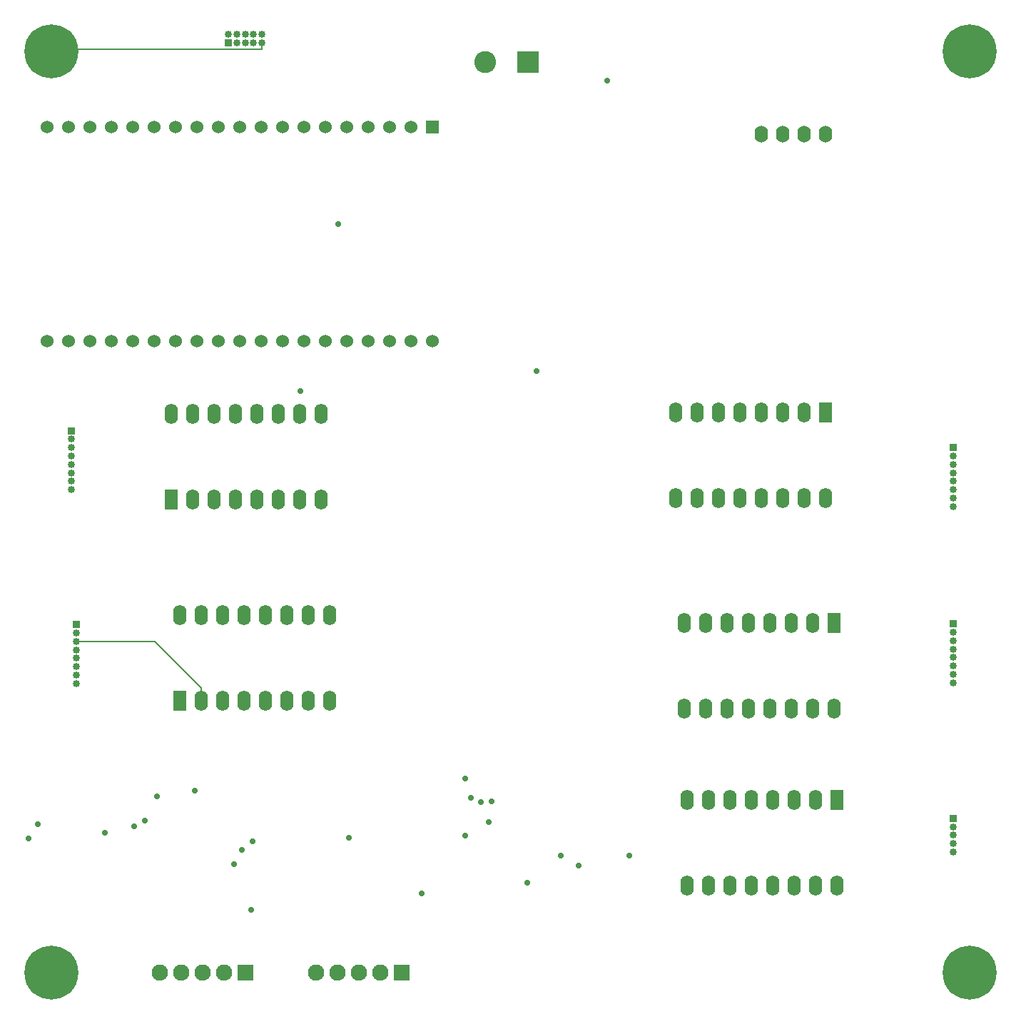
<source format=gbr>
%TF.GenerationSoftware,KiCad,Pcbnew,7.0.10*%
%TF.CreationDate,2024-02-03T22:52:18+05:30*%
%TF.ProjectId,ControlUnit,436f6e74-726f-46c5-956e-69742e6b6963,rev?*%
%TF.SameCoordinates,Original*%
%TF.FileFunction,Copper,L4,Bot*%
%TF.FilePolarity,Positive*%
%FSLAX46Y46*%
G04 Gerber Fmt 4.6, Leading zero omitted, Abs format (unit mm)*
G04 Created by KiCad (PCBNEW 7.0.10) date 2024-02-03 22:52:18*
%MOMM*%
%LPD*%
G01*
G04 APERTURE LIST*
%TA.AperFunction,ComponentPad*%
%ADD10R,1.600000X2.400000*%
%TD*%
%TA.AperFunction,ComponentPad*%
%ADD11O,1.600000X2.400000*%
%TD*%
%TA.AperFunction,ComponentPad*%
%ADD12C,1.930400*%
%TD*%
%TA.AperFunction,ComponentPad*%
%ADD13R,1.930400X1.930400*%
%TD*%
%TA.AperFunction,ComponentPad*%
%ADD14R,1.530000X1.530000*%
%TD*%
%TA.AperFunction,ComponentPad*%
%ADD15C,1.530000*%
%TD*%
%TA.AperFunction,ComponentPad*%
%ADD16R,0.850000X0.850000*%
%TD*%
%TA.AperFunction,ComponentPad*%
%ADD17O,0.850000X0.850000*%
%TD*%
%TA.AperFunction,ComponentPad*%
%ADD18C,0.800000*%
%TD*%
%TA.AperFunction,ComponentPad*%
%ADD19C,6.400000*%
%TD*%
%TA.AperFunction,ComponentPad*%
%ADD20O,1.600000X2.000000*%
%TD*%
%TA.AperFunction,ComponentPad*%
%ADD21R,2.600000X2.600000*%
%TD*%
%TA.AperFunction,ComponentPad*%
%ADD22C,2.600000*%
%TD*%
%TA.AperFunction,ViaPad*%
%ADD23C,0.700000*%
%TD*%
%TA.AperFunction,Conductor*%
%ADD24C,0.200000*%
%TD*%
G04 APERTURE END LIST*
D10*
%TO.P,U6,1,QB*%
%TO.N,Net-(J3-Pin_2)*%
X179240000Y-133840000D03*
D11*
%TO.P,U6,2,QC*%
%TO.N,Net-(J3-Pin_3)*%
X176700000Y-133840000D03*
%TO.P,U6,3,QD*%
%TO.N,Net-(J3-Pin_4)*%
X174160000Y-133840000D03*
%TO.P,U6,4,QE*%
%TO.N,Net-(J3-Pin_5)*%
X171620000Y-133840000D03*
%TO.P,U6,5,QF*%
%TO.N,unconnected-(U6-QF-Pad5)*%
X169080000Y-133840000D03*
%TO.P,U6,6,QG*%
%TO.N,unconnected-(U6-QG-Pad6)*%
X166540000Y-133840000D03*
%TO.P,U6,7,QH*%
%TO.N,unconnected-(U6-QH-Pad7)*%
X164000000Y-133840000D03*
%TO.P,U6,8,GND*%
%TO.N,GND*%
X161460000Y-133840000D03*
%TO.P,U6,9,QH'*%
%TO.N,unconnected-(U6-QH'-Pad9)*%
X161460000Y-144000000D03*
%TO.P,U6,10,~{SRCLR}*%
%TO.N,GND*%
X164000000Y-144000000D03*
%TO.P,U6,11,SRCLK*%
%TO.N,/CLATCH_PIN*%
X166540000Y-144000000D03*
%TO.P,U6,12,RCLK*%
%TO.N,/CCLOCK_PIN*%
X169080000Y-144000000D03*
%TO.P,U6,13,~{OE}*%
%TO.N,GND*%
X171620000Y-144000000D03*
%TO.P,U6,14,SER*%
%TO.N,/CD_PIN*%
X174160000Y-144000000D03*
%TO.P,U6,15,QA*%
%TO.N,Net-(J3-Pin_1)*%
X176700000Y-144000000D03*
%TO.P,U6,16,VCC*%
%TO.N,+5V*%
X179240000Y-144000000D03*
%TD*%
D12*
%TO.P,U5,CLK,CLK*%
%TO.N,Net-(D3C-A)*%
X98920000Y-154302900D03*
%TO.P,U5,DT,DT*%
%TO.N,Net-(D3B-A)*%
X101460000Y-154302900D03*
D13*
%TO.P,U5,GND,GND*%
%TO.N,GND*%
X109080000Y-154302900D03*
D12*
%TO.P,U5,SW,SW*%
%TO.N,Net-(D3A-A)*%
X104000000Y-154302900D03*
%TO.P,U5,VCC,VCC*%
%TO.N,+5V*%
X106540000Y-154302900D03*
%TD*%
D14*
%TO.P,U1,1,3V3*%
%TO.N,+3.3V*%
X131200000Y-54000000D03*
D15*
%TO.P,U1,2,EN*%
%TO.N,unconnected-(U1-EN-Pad2)*%
X128660000Y-54000000D03*
%TO.P,U1,3,SENSOR_VP*%
%TO.N,unconnected-(U1-SENSOR_VP-Pad3)*%
X126120000Y-54000000D03*
%TO.P,U1,4,SENSOR_VN*%
%TO.N,unconnected-(U1-SENSOR_VN-Pad4)*%
X123580000Y-54000000D03*
%TO.P,U1,5,IO34*%
%TO.N,/GPIO34*%
X121040000Y-54000000D03*
%TO.P,U1,6,IO35*%
%TO.N,/GPIO35*%
X118500000Y-54000000D03*
%TO.P,U1,7,IO32*%
%TO.N,/CD_PIN*%
X115960000Y-54000000D03*
%TO.P,U1,8,IO33*%
%TO.N,/GPIO33*%
X113420000Y-54000000D03*
%TO.P,U1,9,IO25*%
%TO.N,/DATA_A*%
X110880000Y-54000000D03*
%TO.P,U1,10,IO26*%
%TO.N,/LATCH_PIN*%
X108340000Y-54000000D03*
%TO.P,U1,11,IO27*%
%TO.N,/CLOCK_PIN*%
X105800000Y-54000000D03*
%TO.P,U1,12,IO14*%
%TO.N,/CLATCH_PIN*%
X103260000Y-54000000D03*
%TO.P,U1,13,IO12*%
%TO.N,/DATA_B*%
X100720000Y-54000000D03*
%TO.P,U1,14,GND1*%
%TO.N,unconnected-(U1-GND1-Pad14)*%
X98180000Y-54000000D03*
%TO.P,U1,15,IO13*%
%TO.N,/LED_BUILT_IN*%
X95640000Y-54000000D03*
%TO.P,U1,16,SD2*%
%TO.N,unconnected-(U1-SD2-Pad16)*%
X93100000Y-54000000D03*
%TO.P,U1,17,SD3*%
%TO.N,unconnected-(U1-SD3-Pad17)*%
X90560000Y-54000000D03*
%TO.P,U1,18,CMD*%
%TO.N,unconnected-(U1-CMD-Pad18)*%
X88020000Y-54000000D03*
%TO.P,U1,19,EXT_5V*%
%TO.N,+5V*%
X85480000Y-54000000D03*
%TO.P,U1,20,CLK*%
%TO.N,unconnected-(U1-CLK-Pad20)*%
X85480000Y-79400000D03*
%TO.P,U1,21,SD0*%
%TO.N,unconnected-(U1-SD0-Pad21)*%
X88020000Y-79400000D03*
%TO.P,U1,22,SD1*%
%TO.N,unconnected-(U1-SD1-Pad22)*%
X90560000Y-79400000D03*
%TO.P,U1,23,IO15*%
%TO.N,/OUTPUTA*%
X93100000Y-79400000D03*
%TO.P,U1,24,IO2*%
%TO.N,/OUTPUTB*%
X95640000Y-79400000D03*
%TO.P,U1,25,IO0*%
%TO.N,/SELECT_SW*%
X98180000Y-79400000D03*
%TO.P,U1,26,IO4*%
%TO.N,/CCLOCK_PIN*%
X100720000Y-79400000D03*
%TO.P,U1,27,IO16*%
%TO.N,/CLK*%
X103260000Y-79400000D03*
%TO.P,U1,28,IO17*%
%TO.N,/DT*%
X105800000Y-79400000D03*
%TO.P,U1,29,IO5*%
%TO.N,/SW*%
X108340000Y-79400000D03*
%TO.P,U1,30,IO18*%
%TO.N,/GPIO18*%
X110880000Y-79400000D03*
%TO.P,U1,31,IO19*%
%TO.N,/GPIO19*%
X113420000Y-79400000D03*
%TO.P,U1,32,GND2*%
%TO.N,unconnected-(U1-GND2-Pad32)*%
X115960000Y-79400000D03*
%TO.P,U1,33,IO21*%
%TO.N,/SDA*%
X118500000Y-79400000D03*
%TO.P,U1,34,RXD0*%
%TO.N,unconnected-(U1-RXD0-Pad34)*%
X121040000Y-79400000D03*
%TO.P,U1,35,TXD0*%
%TO.N,unconnected-(U1-TXD0-Pad35)*%
X123580000Y-79400000D03*
%TO.P,U1,36,IO22*%
%TO.N,/SCK*%
X126120000Y-79400000D03*
%TO.P,U1,37,IO23*%
%TO.N,/GPIO23*%
X128660000Y-79400000D03*
%TO.P,U1,38,GND3*%
%TO.N,GND*%
X131200000Y-79400000D03*
%TD*%
D16*
%TO.P,J7,1,Pin_1*%
%TO.N,Net-(J7-Pin_1)*%
X193000000Y-92000000D03*
D17*
%TO.P,J7,2,Pin_2*%
%TO.N,Net-(J7-Pin_2)*%
X193000000Y-93000000D03*
%TO.P,J7,3,Pin_3*%
%TO.N,Net-(J7-Pin_3)*%
X193000000Y-94000000D03*
%TO.P,J7,4,Pin_4*%
%TO.N,Net-(J7-Pin_4)*%
X193000000Y-95000000D03*
%TO.P,J7,5,Pin_5*%
%TO.N,Net-(J7-Pin_5)*%
X193000000Y-96000000D03*
%TO.P,J7,6,Pin_6*%
%TO.N,Net-(J7-Pin_6)*%
X193000000Y-97000000D03*
%TO.P,J7,7,Pin_7*%
%TO.N,Net-(J7-Pin_7)*%
X193000000Y-98000000D03*
%TO.P,J7,8,Pin_8*%
%TO.N,Net-(J7-Pin_8)*%
X193000000Y-99000000D03*
%TD*%
D16*
%TO.P,J8,1,Pin_1*%
%TO.N,Net-(J8-Pin_1)*%
X89000000Y-113000000D03*
D17*
%TO.P,J8,2,Pin_2*%
%TO.N,Net-(J8-Pin_2)*%
X89000000Y-114000000D03*
%TO.P,J8,3,Pin_3*%
%TO.N,Net-(J8-Pin_3)*%
X89000000Y-115000000D03*
%TO.P,J8,4,Pin_4*%
%TO.N,Net-(J8-Pin_4)*%
X89000000Y-116000000D03*
%TO.P,J8,5,Pin_5*%
%TO.N,Net-(J8-Pin_5)*%
X89000000Y-117000000D03*
%TO.P,J8,6,Pin_6*%
%TO.N,Net-(J8-Pin_6)*%
X89000000Y-118000000D03*
%TO.P,J8,7,Pin_7*%
%TO.N,Net-(J8-Pin_7)*%
X89000000Y-119000000D03*
%TO.P,J8,8,Pin_8*%
%TO.N,Net-(J8-Pin_8)*%
X89000000Y-120000000D03*
%TD*%
D16*
%TO.P,J9,1,Pin_1*%
%TO.N,Net-(J9-Pin_1)*%
X88350000Y-90000000D03*
D17*
%TO.P,J9,2,Pin_2*%
%TO.N,Net-(J9-Pin_2)*%
X88350000Y-91000000D03*
%TO.P,J9,3,Pin_3*%
%TO.N,Net-(J9-Pin_3)*%
X88350000Y-92000000D03*
%TO.P,J9,4,Pin_4*%
%TO.N,Net-(J9-Pin_4)*%
X88350000Y-93000000D03*
%TO.P,J9,5,Pin_5*%
%TO.N,Net-(J9-Pin_5)*%
X88350000Y-94000000D03*
%TO.P,J9,6,Pin_6*%
%TO.N,Net-(J9-Pin_6)*%
X88350000Y-95000000D03*
%TO.P,J9,7,Pin_7*%
%TO.N,Net-(J9-Pin_7)*%
X88350000Y-96000000D03*
%TO.P,J9,8,Pin_8*%
%TO.N,Net-(J9-Pin_8)*%
X88350000Y-97000000D03*
%TD*%
D16*
%TO.P,J10,1,Pin_1*%
%TO.N,Net-(J10-Pin_1)*%
X193000000Y-112915000D03*
D17*
%TO.P,J10,2,Pin_2*%
%TO.N,Net-(J10-Pin_2)*%
X193000000Y-113915000D03*
%TO.P,J10,3,Pin_3*%
%TO.N,Net-(J10-Pin_3)*%
X193000000Y-114915000D03*
%TO.P,J10,4,Pin_4*%
%TO.N,Net-(J10-Pin_4)*%
X193000000Y-115915000D03*
%TO.P,J10,5,Pin_5*%
%TO.N,Net-(J10-Pin_5)*%
X193000000Y-116915000D03*
%TO.P,J10,6,Pin_6*%
%TO.N,Net-(J10-Pin_6)*%
X193000000Y-117915000D03*
%TO.P,J10,7,Pin_7*%
%TO.N,Net-(J10-Pin_7)*%
X193000000Y-118915000D03*
%TO.P,J10,8,Pin_8*%
%TO.N,Net-(J10-Pin_8)*%
X193000000Y-119915000D03*
%TD*%
D18*
%TO.P,H4,1,1*%
%TO.N,GND*%
X83600000Y-154302900D03*
X84302944Y-152605844D03*
X84302944Y-155999956D03*
X86000000Y-151902900D03*
D19*
X86000000Y-154302900D03*
D18*
X86000000Y-156702900D03*
X87697056Y-152605844D03*
X87697056Y-155999956D03*
X88400000Y-154302900D03*
%TD*%
D10*
%TO.P,U10,1,QB*%
%TO.N,Net-(J10-Pin_2)*%
X178875000Y-112840000D03*
D11*
%TO.P,U10,2,QC*%
%TO.N,Net-(J10-Pin_3)*%
X176335000Y-112840000D03*
%TO.P,U10,3,QD*%
%TO.N,Net-(J10-Pin_4)*%
X173795000Y-112840000D03*
%TO.P,U10,4,QE*%
%TO.N,Net-(J10-Pin_5)*%
X171255000Y-112840000D03*
%TO.P,U10,5,QF*%
%TO.N,Net-(J10-Pin_6)*%
X168715000Y-112840000D03*
%TO.P,U10,6,QG*%
%TO.N,Net-(J10-Pin_7)*%
X166175000Y-112840000D03*
%TO.P,U10,7,QH*%
%TO.N,Net-(J10-Pin_8)*%
X163635000Y-112840000D03*
%TO.P,U10,8,GND*%
%TO.N,GND*%
X161095000Y-112840000D03*
%TO.P,U10,9,QH'*%
%TO.N,unconnected-(U10-QH'-Pad9)*%
X161095000Y-123000000D03*
%TO.P,U10,10,~{SRCLR}*%
%TO.N,GND*%
X163635000Y-123000000D03*
%TO.P,U10,11,SRCLK*%
%TO.N,/CLATCH_PIN*%
X166175000Y-123000000D03*
%TO.P,U10,12,RCLK*%
%TO.N,/CCLOCK_PIN*%
X168715000Y-123000000D03*
%TO.P,U10,13,~{OE}*%
%TO.N,GND*%
X171255000Y-123000000D03*
%TO.P,U10,14,SER*%
%TO.N,Net-(U10-SER)*%
X173795000Y-123000000D03*
%TO.P,U10,15,QA*%
%TO.N,Net-(J10-Pin_1)*%
X176335000Y-123000000D03*
%TO.P,U10,16,VCC*%
%TO.N,+5V*%
X178875000Y-123000000D03*
%TD*%
D18*
%TO.P,H1,1,1*%
%TO.N,GND*%
X83600000Y-45000000D03*
X84302944Y-43302944D03*
X84302944Y-46697056D03*
X86000000Y-42600000D03*
D19*
X86000000Y-45000000D03*
D18*
X86000000Y-47400000D03*
X87697056Y-43302944D03*
X87697056Y-46697056D03*
X88400000Y-45000000D03*
%TD*%
D20*
%TO.P,Brd1,1,GND*%
%TO.N,GND*%
X170280000Y-54800000D03*
%TO.P,Brd1,2,VCC*%
%TO.N,+3.3V*%
X172820000Y-54800000D03*
%TO.P,Brd1,3,SCL*%
%TO.N,/SCK*%
X175360000Y-54800000D03*
%TO.P,Brd1,4,SDA*%
%TO.N,/SDA*%
X177900000Y-54800000D03*
%TD*%
D16*
%TO.P,J4,1,Pin_1*%
%TO.N,+5V*%
X107000000Y-44000000D03*
D17*
%TO.P,J4,2,Pin_2*%
X107000000Y-43000000D03*
%TO.P,J4,3,Pin_3*%
%TO.N,/GPIO18*%
X108000000Y-44000000D03*
%TO.P,J4,4,Pin_4*%
%TO.N,/GPIO33*%
X108000000Y-43000000D03*
%TO.P,J4,5,Pin_5*%
%TO.N,/GPIO19*%
X109000000Y-44000000D03*
%TO.P,J4,6,Pin_6*%
%TO.N,/GPIO34*%
X109000000Y-43000000D03*
%TO.P,J4,7,Pin_7*%
%TO.N,/GPIO23*%
X110000000Y-44000000D03*
%TO.P,J4,8,Pin_8*%
%TO.N,/GPIO35*%
X110000000Y-43000000D03*
%TO.P,J4,9,Pin_9*%
%TO.N,GND*%
X111000000Y-44000000D03*
%TO.P,J4,10,Pin_10*%
X111000000Y-43000000D03*
%TD*%
D18*
%TO.P,H3,1,1*%
%TO.N,GND*%
X192600000Y-154302900D03*
X193302944Y-152605844D03*
X193302944Y-155999956D03*
X195000000Y-151902900D03*
D19*
X195000000Y-154302900D03*
D18*
X195000000Y-156702900D03*
X196697056Y-152605844D03*
X196697056Y-155999956D03*
X197400000Y-154302900D03*
%TD*%
%TO.P,H2,1,1*%
%TO.N,GND*%
X192600000Y-45000000D03*
X193302944Y-43302944D03*
X193302944Y-46697056D03*
X195000000Y-42600000D03*
D19*
X195000000Y-45000000D03*
D18*
X195000000Y-47400000D03*
X196697056Y-43302944D03*
X196697056Y-46697056D03*
X197400000Y-45000000D03*
%TD*%
D10*
%TO.P,U8,1,QB*%
%TO.N,Net-(J8-Pin_2)*%
X101220000Y-122000000D03*
D11*
%TO.P,U8,2,QC*%
%TO.N,Net-(J8-Pin_3)*%
X103760000Y-122000000D03*
%TO.P,U8,3,QD*%
%TO.N,Net-(J8-Pin_4)*%
X106300000Y-122000000D03*
%TO.P,U8,4,QE*%
%TO.N,Net-(J8-Pin_5)*%
X108840000Y-122000000D03*
%TO.P,U8,5,QF*%
%TO.N,Net-(J8-Pin_6)*%
X111380000Y-122000000D03*
%TO.P,U8,6,QG*%
%TO.N,Net-(J8-Pin_7)*%
X113920000Y-122000000D03*
%TO.P,U8,7,QH*%
%TO.N,Net-(J8-Pin_8)*%
X116460000Y-122000000D03*
%TO.P,U8,8,GND*%
%TO.N,GND*%
X119000000Y-122000000D03*
%TO.P,U8,9,QH'*%
%TO.N,unconnected-(U8-QH'-Pad9)*%
X119000000Y-111840000D03*
%TO.P,U8,10,~{SRCLR}*%
%TO.N,GND*%
X116460000Y-111840000D03*
%TO.P,U8,11,SRCLK*%
%TO.N,/LATCH_PIN*%
X113920000Y-111840000D03*
%TO.P,U8,12,RCLK*%
%TO.N,/CLOCK_PIN*%
X111380000Y-111840000D03*
%TO.P,U8,13,~{OE}*%
%TO.N,GND*%
X108840000Y-111840000D03*
%TO.P,U8,14,SER*%
%TO.N,Net-(U7-QH')*%
X106300000Y-111840000D03*
%TO.P,U8,15,QA*%
%TO.N,Net-(J8-Pin_1)*%
X103760000Y-111840000D03*
%TO.P,U8,16,VCC*%
%TO.N,+5V*%
X101220000Y-111840000D03*
%TD*%
D10*
%TO.P,U9,1,QB*%
%TO.N,Net-(J7-Pin_2)*%
X177875000Y-87840000D03*
D11*
%TO.P,U9,2,QC*%
%TO.N,Net-(J7-Pin_3)*%
X175335000Y-87840000D03*
%TO.P,U9,3,QD*%
%TO.N,Net-(J7-Pin_4)*%
X172795000Y-87840000D03*
%TO.P,U9,4,QE*%
%TO.N,Net-(J7-Pin_5)*%
X170255000Y-87840000D03*
%TO.P,U9,5,QF*%
%TO.N,Net-(J7-Pin_6)*%
X167715000Y-87840000D03*
%TO.P,U9,6,QG*%
%TO.N,Net-(J7-Pin_7)*%
X165175000Y-87840000D03*
%TO.P,U9,7,QH*%
%TO.N,Net-(J7-Pin_8)*%
X162635000Y-87840000D03*
%TO.P,U9,8,GND*%
%TO.N,GND*%
X160095000Y-87840000D03*
%TO.P,U9,9,QH'*%
%TO.N,Net-(U10-SER)*%
X160095000Y-98000000D03*
%TO.P,U9,10,~{SRCLR}*%
%TO.N,GND*%
X162635000Y-98000000D03*
%TO.P,U9,11,SRCLK*%
%TO.N,/CLATCH_PIN*%
X165175000Y-98000000D03*
%TO.P,U9,12,RCLK*%
%TO.N,/CCLOCK_PIN*%
X167715000Y-98000000D03*
%TO.P,U9,13,~{OE}*%
%TO.N,GND*%
X170255000Y-98000000D03*
%TO.P,U9,14,SER*%
%TO.N,/DATA_B*%
X172795000Y-98000000D03*
%TO.P,U9,15,QA*%
%TO.N,Net-(J7-Pin_1)*%
X175335000Y-98000000D03*
%TO.P,U9,16,VCC*%
%TO.N,+5V*%
X177875000Y-98000000D03*
%TD*%
D10*
%TO.P,U7,1,QB*%
%TO.N,Net-(J9-Pin_2)*%
X100220000Y-98160000D03*
D11*
%TO.P,U7,2,QC*%
%TO.N,Net-(J9-Pin_3)*%
X102760000Y-98160000D03*
%TO.P,U7,3,QD*%
%TO.N,Net-(J9-Pin_4)*%
X105300000Y-98160000D03*
%TO.P,U7,4,QE*%
%TO.N,Net-(J9-Pin_5)*%
X107840000Y-98160000D03*
%TO.P,U7,5,QF*%
%TO.N,Net-(J9-Pin_6)*%
X110380000Y-98160000D03*
%TO.P,U7,6,QG*%
%TO.N,Net-(J9-Pin_7)*%
X112920000Y-98160000D03*
%TO.P,U7,7,QH*%
%TO.N,Net-(J9-Pin_8)*%
X115460000Y-98160000D03*
%TO.P,U7,8,GND*%
%TO.N,GND*%
X118000000Y-98160000D03*
%TO.P,U7,9,QH'*%
%TO.N,Net-(U7-QH')*%
X118000000Y-88000000D03*
%TO.P,U7,10,~{SRCLR}*%
%TO.N,GND*%
X115460000Y-88000000D03*
%TO.P,U7,11,SRCLK*%
%TO.N,/LATCH_PIN*%
X112920000Y-88000000D03*
%TO.P,U7,12,RCLK*%
%TO.N,/CLOCK_PIN*%
X110380000Y-88000000D03*
%TO.P,U7,13,~{OE}*%
%TO.N,GND*%
X107840000Y-88000000D03*
%TO.P,U7,14,SER*%
%TO.N,/DATA_A*%
X105300000Y-88000000D03*
%TO.P,U7,15,QA*%
%TO.N,Net-(J9-Pin_1)*%
X102760000Y-88000000D03*
%TO.P,U7,16,VCC*%
%TO.N,+5V*%
X100220000Y-88000000D03*
%TD*%
D16*
%TO.P,J3,1,Pin_1*%
%TO.N,Net-(J3-Pin_1)*%
X193000000Y-136000000D03*
D17*
%TO.P,J3,2,Pin_2*%
%TO.N,Net-(J3-Pin_2)*%
X193000000Y-137000000D03*
%TO.P,J3,3,Pin_3*%
%TO.N,Net-(J3-Pin_3)*%
X193000000Y-138000000D03*
%TO.P,J3,4,Pin_4*%
%TO.N,Net-(J3-Pin_4)*%
X193000000Y-139000000D03*
%TO.P,J3,5,Pin_5*%
%TO.N,Net-(J3-Pin_5)*%
X193000000Y-140000000D03*
%TD*%
D12*
%TO.P,U17,CLK,CLK*%
%TO.N,Net-(D2C-A)*%
X117380000Y-154302900D03*
%TO.P,U17,DT,DT*%
%TO.N,Net-(D2B-A)*%
X119920000Y-154302900D03*
D13*
%TO.P,U17,GND,GND*%
%TO.N,GND*%
X127540000Y-154302900D03*
D12*
%TO.P,U17,SW,SW*%
%TO.N,Net-(D2A-A)*%
X122460000Y-154302900D03*
%TO.P,U17,VCC,VCC*%
%TO.N,+5V*%
X125000000Y-154302900D03*
%TD*%
D21*
%TO.P,J2,1,Pin_1*%
%TO.N,+5V*%
X142545000Y-46305000D03*
D22*
%TO.P,J2,2,Pin_2*%
%TO.N,GND*%
X137465000Y-46305000D03*
%TD*%
D23*
%TO.N,GND*%
X109706800Y-146816500D03*
%TO.N,/DT*%
X137931200Y-136474600D03*
X115529900Y-85272300D03*
%TO.N,/CLK*%
X135135600Y-131272500D03*
%TO.N,/SELECT_SW*%
X84400000Y-136705100D03*
%TO.N,/OUTPUTB*%
X97140800Y-136239500D03*
%TO.N,/CLATCH_PIN*%
X120066700Y-65507000D03*
X143542300Y-82944000D03*
%TO.N,/LED_BUILT_IN*%
X152002300Y-48435000D03*
%TO.N,Net-(D3C-A)*%
X154561900Y-140390600D03*
X135800600Y-133514700D03*
%TO.N,Net-(D3B-A)*%
X142452500Y-143599500D03*
%TO.N,Net-(D3A-A)*%
X129960900Y-144885700D03*
X136963700Y-134051700D03*
%TO.N,Net-(D2C-A)*%
X107679800Y-141397300D03*
%TO.N,Net-(D2A-A)*%
X103020800Y-132748900D03*
X92345700Y-137723700D03*
%TO.N,Net-(D3C-K)*%
X138273200Y-133956000D03*
X148617600Y-141591100D03*
%TO.N,Net-(D2C-K)*%
X98503000Y-133406100D03*
X109926200Y-138726800D03*
%TO.N,+5V*%
X108620300Y-139734300D03*
X95829700Y-136904100D03*
X83335800Y-138377200D03*
X121345500Y-138306100D03*
X135143800Y-138080100D03*
X146484400Y-140399900D03*
%TD*%
D24*
%TO.N,GND*%
X88673100Y-44726900D02*
X88400000Y-45000000D01*
X111000000Y-44726900D02*
X88673100Y-44726900D01*
X111000000Y-44000000D02*
X111000000Y-44726900D01*
%TO.N,Net-(J8-Pin_3)*%
X98261900Y-115000000D02*
X89000000Y-115000000D01*
X103760000Y-120498100D02*
X98261900Y-115000000D01*
X103760000Y-122000000D02*
X103760000Y-120498100D01*
%TD*%
M02*

</source>
